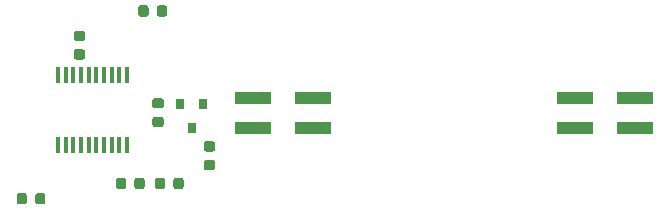
<source format=gbr>
G04 #@! TF.GenerationSoftware,KiCad,Pcbnew,(5.1.2)-2*
G04 #@! TF.CreationDate,2020-05-22T00:53:43-04:00*
G04 #@! TF.ProjectId,AddressableLED,41646472-6573-4736-9162-6c654c45442e,rev?*
G04 #@! TF.SameCoordinates,Original*
G04 #@! TF.FileFunction,Paste,Bot*
G04 #@! TF.FilePolarity,Positive*
%FSLAX46Y46*%
G04 Gerber Fmt 4.6, Leading zero omitted, Abs format (unit mm)*
G04 Created by KiCad (PCBNEW (5.1.2)-2) date 2020-05-22 00:53:43*
%MOMM*%
%LPD*%
G04 APERTURE LIST*
%ADD10C,0.100000*%
%ADD11C,0.875000*%
%ADD12R,3.150000X1.000000*%
%ADD13R,0.450000X1.450000*%
%ADD14R,0.800000X0.900000*%
G04 APERTURE END LIST*
D10*
G36*
X134252691Y-116826053D02*
G01*
X134273926Y-116829203D01*
X134294750Y-116834419D01*
X134314962Y-116841651D01*
X134334368Y-116850830D01*
X134352781Y-116861866D01*
X134370024Y-116874654D01*
X134385930Y-116889070D01*
X134400346Y-116904976D01*
X134413134Y-116922219D01*
X134424170Y-116940632D01*
X134433349Y-116960038D01*
X134440581Y-116980250D01*
X134445797Y-117001074D01*
X134448947Y-117022309D01*
X134450000Y-117043750D01*
X134450000Y-117556250D01*
X134448947Y-117577691D01*
X134445797Y-117598926D01*
X134440581Y-117619750D01*
X134433349Y-117639962D01*
X134424170Y-117659368D01*
X134413134Y-117677781D01*
X134400346Y-117695024D01*
X134385930Y-117710930D01*
X134370024Y-117725346D01*
X134352781Y-117738134D01*
X134334368Y-117749170D01*
X134314962Y-117758349D01*
X134294750Y-117765581D01*
X134273926Y-117770797D01*
X134252691Y-117773947D01*
X134231250Y-117775000D01*
X133793750Y-117775000D01*
X133772309Y-117773947D01*
X133751074Y-117770797D01*
X133730250Y-117765581D01*
X133710038Y-117758349D01*
X133690632Y-117749170D01*
X133672219Y-117738134D01*
X133654976Y-117725346D01*
X133639070Y-117710930D01*
X133624654Y-117695024D01*
X133611866Y-117677781D01*
X133600830Y-117659368D01*
X133591651Y-117639962D01*
X133584419Y-117619750D01*
X133579203Y-117598926D01*
X133576053Y-117577691D01*
X133575000Y-117556250D01*
X133575000Y-117043750D01*
X133576053Y-117022309D01*
X133579203Y-117001074D01*
X133584419Y-116980250D01*
X133591651Y-116960038D01*
X133600830Y-116940632D01*
X133611866Y-116922219D01*
X133624654Y-116904976D01*
X133639070Y-116889070D01*
X133654976Y-116874654D01*
X133672219Y-116861866D01*
X133690632Y-116850830D01*
X133710038Y-116841651D01*
X133730250Y-116834419D01*
X133751074Y-116829203D01*
X133772309Y-116826053D01*
X133793750Y-116825000D01*
X134231250Y-116825000D01*
X134252691Y-116826053D01*
X134252691Y-116826053D01*
G37*
D11*
X134012500Y-117300000D03*
D10*
G36*
X135827691Y-116826053D02*
G01*
X135848926Y-116829203D01*
X135869750Y-116834419D01*
X135889962Y-116841651D01*
X135909368Y-116850830D01*
X135927781Y-116861866D01*
X135945024Y-116874654D01*
X135960930Y-116889070D01*
X135975346Y-116904976D01*
X135988134Y-116922219D01*
X135999170Y-116940632D01*
X136008349Y-116960038D01*
X136015581Y-116980250D01*
X136020797Y-117001074D01*
X136023947Y-117022309D01*
X136025000Y-117043750D01*
X136025000Y-117556250D01*
X136023947Y-117577691D01*
X136020797Y-117598926D01*
X136015581Y-117619750D01*
X136008349Y-117639962D01*
X135999170Y-117659368D01*
X135988134Y-117677781D01*
X135975346Y-117695024D01*
X135960930Y-117710930D01*
X135945024Y-117725346D01*
X135927781Y-117738134D01*
X135909368Y-117749170D01*
X135889962Y-117758349D01*
X135869750Y-117765581D01*
X135848926Y-117770797D01*
X135827691Y-117773947D01*
X135806250Y-117775000D01*
X135368750Y-117775000D01*
X135347309Y-117773947D01*
X135326074Y-117770797D01*
X135305250Y-117765581D01*
X135285038Y-117758349D01*
X135265632Y-117749170D01*
X135247219Y-117738134D01*
X135229976Y-117725346D01*
X135214070Y-117710930D01*
X135199654Y-117695024D01*
X135186866Y-117677781D01*
X135175830Y-117659368D01*
X135166651Y-117639962D01*
X135159419Y-117619750D01*
X135154203Y-117598926D01*
X135151053Y-117577691D01*
X135150000Y-117556250D01*
X135150000Y-117043750D01*
X135151053Y-117022309D01*
X135154203Y-117001074D01*
X135159419Y-116980250D01*
X135166651Y-116960038D01*
X135175830Y-116940632D01*
X135186866Y-116922219D01*
X135199654Y-116904976D01*
X135214070Y-116889070D01*
X135229976Y-116874654D01*
X135247219Y-116861866D01*
X135265632Y-116850830D01*
X135285038Y-116841651D01*
X135305250Y-116834419D01*
X135326074Y-116829203D01*
X135347309Y-116826053D01*
X135368750Y-116825000D01*
X135806250Y-116825000D01*
X135827691Y-116826053D01*
X135827691Y-116826053D01*
G37*
D11*
X135587500Y-117300000D03*
D12*
X180875000Y-111270000D03*
X180875000Y-108730000D03*
X185925000Y-108730000D03*
X185925000Y-111270000D03*
X158675000Y-108730000D03*
X153625000Y-108730000D03*
X158675000Y-111270000D03*
X153625000Y-111270000D03*
D13*
X137075000Y-112750000D03*
X137725000Y-112750000D03*
X138375000Y-112750000D03*
X139025000Y-112750000D03*
X139675000Y-112750000D03*
X140325000Y-112750000D03*
X140975000Y-112750000D03*
X141625000Y-112750000D03*
X142275000Y-112750000D03*
X142925000Y-112750000D03*
X142925000Y-106850000D03*
X142275000Y-106850000D03*
X141625000Y-106850000D03*
X140975000Y-106850000D03*
X140325000Y-106850000D03*
X139675000Y-106850000D03*
X139025000Y-106850000D03*
X138375000Y-106850000D03*
X137725000Y-106850000D03*
X137075000Y-106850000D03*
D14*
X148400000Y-111300000D03*
X149350000Y-109300000D03*
X147450000Y-109300000D03*
D10*
G36*
X146127691Y-100926053D02*
G01*
X146148926Y-100929203D01*
X146169750Y-100934419D01*
X146189962Y-100941651D01*
X146209368Y-100950830D01*
X146227781Y-100961866D01*
X146245024Y-100974654D01*
X146260930Y-100989070D01*
X146275346Y-101004976D01*
X146288134Y-101022219D01*
X146299170Y-101040632D01*
X146308349Y-101060038D01*
X146315581Y-101080250D01*
X146320797Y-101101074D01*
X146323947Y-101122309D01*
X146325000Y-101143750D01*
X146325000Y-101656250D01*
X146323947Y-101677691D01*
X146320797Y-101698926D01*
X146315581Y-101719750D01*
X146308349Y-101739962D01*
X146299170Y-101759368D01*
X146288134Y-101777781D01*
X146275346Y-101795024D01*
X146260930Y-101810930D01*
X146245024Y-101825346D01*
X146227781Y-101838134D01*
X146209368Y-101849170D01*
X146189962Y-101858349D01*
X146169750Y-101865581D01*
X146148926Y-101870797D01*
X146127691Y-101873947D01*
X146106250Y-101875000D01*
X145668750Y-101875000D01*
X145647309Y-101873947D01*
X145626074Y-101870797D01*
X145605250Y-101865581D01*
X145585038Y-101858349D01*
X145565632Y-101849170D01*
X145547219Y-101838134D01*
X145529976Y-101825346D01*
X145514070Y-101810930D01*
X145499654Y-101795024D01*
X145486866Y-101777781D01*
X145475830Y-101759368D01*
X145466651Y-101739962D01*
X145459419Y-101719750D01*
X145454203Y-101698926D01*
X145451053Y-101677691D01*
X145450000Y-101656250D01*
X145450000Y-101143750D01*
X145451053Y-101122309D01*
X145454203Y-101101074D01*
X145459419Y-101080250D01*
X145466651Y-101060038D01*
X145475830Y-101040632D01*
X145486866Y-101022219D01*
X145499654Y-101004976D01*
X145514070Y-100989070D01*
X145529976Y-100974654D01*
X145547219Y-100961866D01*
X145565632Y-100950830D01*
X145585038Y-100941651D01*
X145605250Y-100934419D01*
X145626074Y-100929203D01*
X145647309Y-100926053D01*
X145668750Y-100925000D01*
X146106250Y-100925000D01*
X146127691Y-100926053D01*
X146127691Y-100926053D01*
G37*
D11*
X145887500Y-101400000D03*
D10*
G36*
X144552691Y-100926053D02*
G01*
X144573926Y-100929203D01*
X144594750Y-100934419D01*
X144614962Y-100941651D01*
X144634368Y-100950830D01*
X144652781Y-100961866D01*
X144670024Y-100974654D01*
X144685930Y-100989070D01*
X144700346Y-101004976D01*
X144713134Y-101022219D01*
X144724170Y-101040632D01*
X144733349Y-101060038D01*
X144740581Y-101080250D01*
X144745797Y-101101074D01*
X144748947Y-101122309D01*
X144750000Y-101143750D01*
X144750000Y-101656250D01*
X144748947Y-101677691D01*
X144745797Y-101698926D01*
X144740581Y-101719750D01*
X144733349Y-101739962D01*
X144724170Y-101759368D01*
X144713134Y-101777781D01*
X144700346Y-101795024D01*
X144685930Y-101810930D01*
X144670024Y-101825346D01*
X144652781Y-101838134D01*
X144634368Y-101849170D01*
X144614962Y-101858349D01*
X144594750Y-101865581D01*
X144573926Y-101870797D01*
X144552691Y-101873947D01*
X144531250Y-101875000D01*
X144093750Y-101875000D01*
X144072309Y-101873947D01*
X144051074Y-101870797D01*
X144030250Y-101865581D01*
X144010038Y-101858349D01*
X143990632Y-101849170D01*
X143972219Y-101838134D01*
X143954976Y-101825346D01*
X143939070Y-101810930D01*
X143924654Y-101795024D01*
X143911866Y-101777781D01*
X143900830Y-101759368D01*
X143891651Y-101739962D01*
X143884419Y-101719750D01*
X143879203Y-101698926D01*
X143876053Y-101677691D01*
X143875000Y-101656250D01*
X143875000Y-101143750D01*
X143876053Y-101122309D01*
X143879203Y-101101074D01*
X143884419Y-101080250D01*
X143891651Y-101060038D01*
X143900830Y-101040632D01*
X143911866Y-101022219D01*
X143924654Y-101004976D01*
X143939070Y-100989070D01*
X143954976Y-100974654D01*
X143972219Y-100961866D01*
X143990632Y-100950830D01*
X144010038Y-100941651D01*
X144030250Y-100934419D01*
X144051074Y-100929203D01*
X144072309Y-100926053D01*
X144093750Y-100925000D01*
X144531250Y-100925000D01*
X144552691Y-100926053D01*
X144552691Y-100926053D01*
G37*
D11*
X144312500Y-101400000D03*
D10*
G36*
X139177691Y-103063553D02*
G01*
X139198926Y-103066703D01*
X139219750Y-103071919D01*
X139239962Y-103079151D01*
X139259368Y-103088330D01*
X139277781Y-103099366D01*
X139295024Y-103112154D01*
X139310930Y-103126570D01*
X139325346Y-103142476D01*
X139338134Y-103159719D01*
X139349170Y-103178132D01*
X139358349Y-103197538D01*
X139365581Y-103217750D01*
X139370797Y-103238574D01*
X139373947Y-103259809D01*
X139375000Y-103281250D01*
X139375000Y-103718750D01*
X139373947Y-103740191D01*
X139370797Y-103761426D01*
X139365581Y-103782250D01*
X139358349Y-103802462D01*
X139349170Y-103821868D01*
X139338134Y-103840281D01*
X139325346Y-103857524D01*
X139310930Y-103873430D01*
X139295024Y-103887846D01*
X139277781Y-103900634D01*
X139259368Y-103911670D01*
X139239962Y-103920849D01*
X139219750Y-103928081D01*
X139198926Y-103933297D01*
X139177691Y-103936447D01*
X139156250Y-103937500D01*
X138643750Y-103937500D01*
X138622309Y-103936447D01*
X138601074Y-103933297D01*
X138580250Y-103928081D01*
X138560038Y-103920849D01*
X138540632Y-103911670D01*
X138522219Y-103900634D01*
X138504976Y-103887846D01*
X138489070Y-103873430D01*
X138474654Y-103857524D01*
X138461866Y-103840281D01*
X138450830Y-103821868D01*
X138441651Y-103802462D01*
X138434419Y-103782250D01*
X138429203Y-103761426D01*
X138426053Y-103740191D01*
X138425000Y-103718750D01*
X138425000Y-103281250D01*
X138426053Y-103259809D01*
X138429203Y-103238574D01*
X138434419Y-103217750D01*
X138441651Y-103197538D01*
X138450830Y-103178132D01*
X138461866Y-103159719D01*
X138474654Y-103142476D01*
X138489070Y-103126570D01*
X138504976Y-103112154D01*
X138522219Y-103099366D01*
X138540632Y-103088330D01*
X138560038Y-103079151D01*
X138580250Y-103071919D01*
X138601074Y-103066703D01*
X138622309Y-103063553D01*
X138643750Y-103062500D01*
X139156250Y-103062500D01*
X139177691Y-103063553D01*
X139177691Y-103063553D01*
G37*
D11*
X138900000Y-103500000D03*
D10*
G36*
X139177691Y-104638553D02*
G01*
X139198926Y-104641703D01*
X139219750Y-104646919D01*
X139239962Y-104654151D01*
X139259368Y-104663330D01*
X139277781Y-104674366D01*
X139295024Y-104687154D01*
X139310930Y-104701570D01*
X139325346Y-104717476D01*
X139338134Y-104734719D01*
X139349170Y-104753132D01*
X139358349Y-104772538D01*
X139365581Y-104792750D01*
X139370797Y-104813574D01*
X139373947Y-104834809D01*
X139375000Y-104856250D01*
X139375000Y-105293750D01*
X139373947Y-105315191D01*
X139370797Y-105336426D01*
X139365581Y-105357250D01*
X139358349Y-105377462D01*
X139349170Y-105396868D01*
X139338134Y-105415281D01*
X139325346Y-105432524D01*
X139310930Y-105448430D01*
X139295024Y-105462846D01*
X139277781Y-105475634D01*
X139259368Y-105486670D01*
X139239962Y-105495849D01*
X139219750Y-105503081D01*
X139198926Y-105508297D01*
X139177691Y-105511447D01*
X139156250Y-105512500D01*
X138643750Y-105512500D01*
X138622309Y-105511447D01*
X138601074Y-105508297D01*
X138580250Y-105503081D01*
X138560038Y-105495849D01*
X138540632Y-105486670D01*
X138522219Y-105475634D01*
X138504976Y-105462846D01*
X138489070Y-105448430D01*
X138474654Y-105432524D01*
X138461866Y-105415281D01*
X138450830Y-105396868D01*
X138441651Y-105377462D01*
X138434419Y-105357250D01*
X138429203Y-105336426D01*
X138426053Y-105315191D01*
X138425000Y-105293750D01*
X138425000Y-104856250D01*
X138426053Y-104834809D01*
X138429203Y-104813574D01*
X138434419Y-104792750D01*
X138441651Y-104772538D01*
X138450830Y-104753132D01*
X138461866Y-104734719D01*
X138474654Y-104717476D01*
X138489070Y-104701570D01*
X138504976Y-104687154D01*
X138522219Y-104674366D01*
X138540632Y-104663330D01*
X138560038Y-104654151D01*
X138580250Y-104646919D01*
X138601074Y-104641703D01*
X138622309Y-104638553D01*
X138643750Y-104637500D01*
X139156250Y-104637500D01*
X139177691Y-104638553D01*
X139177691Y-104638553D01*
G37*
D11*
X138900000Y-105075000D03*
D10*
G36*
X147527691Y-115526053D02*
G01*
X147548926Y-115529203D01*
X147569750Y-115534419D01*
X147589962Y-115541651D01*
X147609368Y-115550830D01*
X147627781Y-115561866D01*
X147645024Y-115574654D01*
X147660930Y-115589070D01*
X147675346Y-115604976D01*
X147688134Y-115622219D01*
X147699170Y-115640632D01*
X147708349Y-115660038D01*
X147715581Y-115680250D01*
X147720797Y-115701074D01*
X147723947Y-115722309D01*
X147725000Y-115743750D01*
X147725000Y-116256250D01*
X147723947Y-116277691D01*
X147720797Y-116298926D01*
X147715581Y-116319750D01*
X147708349Y-116339962D01*
X147699170Y-116359368D01*
X147688134Y-116377781D01*
X147675346Y-116395024D01*
X147660930Y-116410930D01*
X147645024Y-116425346D01*
X147627781Y-116438134D01*
X147609368Y-116449170D01*
X147589962Y-116458349D01*
X147569750Y-116465581D01*
X147548926Y-116470797D01*
X147527691Y-116473947D01*
X147506250Y-116475000D01*
X147068750Y-116475000D01*
X147047309Y-116473947D01*
X147026074Y-116470797D01*
X147005250Y-116465581D01*
X146985038Y-116458349D01*
X146965632Y-116449170D01*
X146947219Y-116438134D01*
X146929976Y-116425346D01*
X146914070Y-116410930D01*
X146899654Y-116395024D01*
X146886866Y-116377781D01*
X146875830Y-116359368D01*
X146866651Y-116339962D01*
X146859419Y-116319750D01*
X146854203Y-116298926D01*
X146851053Y-116277691D01*
X146850000Y-116256250D01*
X146850000Y-115743750D01*
X146851053Y-115722309D01*
X146854203Y-115701074D01*
X146859419Y-115680250D01*
X146866651Y-115660038D01*
X146875830Y-115640632D01*
X146886866Y-115622219D01*
X146899654Y-115604976D01*
X146914070Y-115589070D01*
X146929976Y-115574654D01*
X146947219Y-115561866D01*
X146965632Y-115550830D01*
X146985038Y-115541651D01*
X147005250Y-115534419D01*
X147026074Y-115529203D01*
X147047309Y-115526053D01*
X147068750Y-115525000D01*
X147506250Y-115525000D01*
X147527691Y-115526053D01*
X147527691Y-115526053D01*
G37*
D11*
X147287500Y-116000000D03*
D10*
G36*
X145952691Y-115526053D02*
G01*
X145973926Y-115529203D01*
X145994750Y-115534419D01*
X146014962Y-115541651D01*
X146034368Y-115550830D01*
X146052781Y-115561866D01*
X146070024Y-115574654D01*
X146085930Y-115589070D01*
X146100346Y-115604976D01*
X146113134Y-115622219D01*
X146124170Y-115640632D01*
X146133349Y-115660038D01*
X146140581Y-115680250D01*
X146145797Y-115701074D01*
X146148947Y-115722309D01*
X146150000Y-115743750D01*
X146150000Y-116256250D01*
X146148947Y-116277691D01*
X146145797Y-116298926D01*
X146140581Y-116319750D01*
X146133349Y-116339962D01*
X146124170Y-116359368D01*
X146113134Y-116377781D01*
X146100346Y-116395024D01*
X146085930Y-116410930D01*
X146070024Y-116425346D01*
X146052781Y-116438134D01*
X146034368Y-116449170D01*
X146014962Y-116458349D01*
X145994750Y-116465581D01*
X145973926Y-116470797D01*
X145952691Y-116473947D01*
X145931250Y-116475000D01*
X145493750Y-116475000D01*
X145472309Y-116473947D01*
X145451074Y-116470797D01*
X145430250Y-116465581D01*
X145410038Y-116458349D01*
X145390632Y-116449170D01*
X145372219Y-116438134D01*
X145354976Y-116425346D01*
X145339070Y-116410930D01*
X145324654Y-116395024D01*
X145311866Y-116377781D01*
X145300830Y-116359368D01*
X145291651Y-116339962D01*
X145284419Y-116319750D01*
X145279203Y-116298926D01*
X145276053Y-116277691D01*
X145275000Y-116256250D01*
X145275000Y-115743750D01*
X145276053Y-115722309D01*
X145279203Y-115701074D01*
X145284419Y-115680250D01*
X145291651Y-115660038D01*
X145300830Y-115640632D01*
X145311866Y-115622219D01*
X145324654Y-115604976D01*
X145339070Y-115589070D01*
X145354976Y-115574654D01*
X145372219Y-115561866D01*
X145390632Y-115550830D01*
X145410038Y-115541651D01*
X145430250Y-115534419D01*
X145451074Y-115529203D01*
X145472309Y-115526053D01*
X145493750Y-115525000D01*
X145931250Y-115525000D01*
X145952691Y-115526053D01*
X145952691Y-115526053D01*
G37*
D11*
X145712500Y-116000000D03*
D10*
G36*
X142652691Y-115526053D02*
G01*
X142673926Y-115529203D01*
X142694750Y-115534419D01*
X142714962Y-115541651D01*
X142734368Y-115550830D01*
X142752781Y-115561866D01*
X142770024Y-115574654D01*
X142785930Y-115589070D01*
X142800346Y-115604976D01*
X142813134Y-115622219D01*
X142824170Y-115640632D01*
X142833349Y-115660038D01*
X142840581Y-115680250D01*
X142845797Y-115701074D01*
X142848947Y-115722309D01*
X142850000Y-115743750D01*
X142850000Y-116256250D01*
X142848947Y-116277691D01*
X142845797Y-116298926D01*
X142840581Y-116319750D01*
X142833349Y-116339962D01*
X142824170Y-116359368D01*
X142813134Y-116377781D01*
X142800346Y-116395024D01*
X142785930Y-116410930D01*
X142770024Y-116425346D01*
X142752781Y-116438134D01*
X142734368Y-116449170D01*
X142714962Y-116458349D01*
X142694750Y-116465581D01*
X142673926Y-116470797D01*
X142652691Y-116473947D01*
X142631250Y-116475000D01*
X142193750Y-116475000D01*
X142172309Y-116473947D01*
X142151074Y-116470797D01*
X142130250Y-116465581D01*
X142110038Y-116458349D01*
X142090632Y-116449170D01*
X142072219Y-116438134D01*
X142054976Y-116425346D01*
X142039070Y-116410930D01*
X142024654Y-116395024D01*
X142011866Y-116377781D01*
X142000830Y-116359368D01*
X141991651Y-116339962D01*
X141984419Y-116319750D01*
X141979203Y-116298926D01*
X141976053Y-116277691D01*
X141975000Y-116256250D01*
X141975000Y-115743750D01*
X141976053Y-115722309D01*
X141979203Y-115701074D01*
X141984419Y-115680250D01*
X141991651Y-115660038D01*
X142000830Y-115640632D01*
X142011866Y-115622219D01*
X142024654Y-115604976D01*
X142039070Y-115589070D01*
X142054976Y-115574654D01*
X142072219Y-115561866D01*
X142090632Y-115550830D01*
X142110038Y-115541651D01*
X142130250Y-115534419D01*
X142151074Y-115529203D01*
X142172309Y-115526053D01*
X142193750Y-115525000D01*
X142631250Y-115525000D01*
X142652691Y-115526053D01*
X142652691Y-115526053D01*
G37*
D11*
X142412500Y-116000000D03*
D10*
G36*
X144227691Y-115526053D02*
G01*
X144248926Y-115529203D01*
X144269750Y-115534419D01*
X144289962Y-115541651D01*
X144309368Y-115550830D01*
X144327781Y-115561866D01*
X144345024Y-115574654D01*
X144360930Y-115589070D01*
X144375346Y-115604976D01*
X144388134Y-115622219D01*
X144399170Y-115640632D01*
X144408349Y-115660038D01*
X144415581Y-115680250D01*
X144420797Y-115701074D01*
X144423947Y-115722309D01*
X144425000Y-115743750D01*
X144425000Y-116256250D01*
X144423947Y-116277691D01*
X144420797Y-116298926D01*
X144415581Y-116319750D01*
X144408349Y-116339962D01*
X144399170Y-116359368D01*
X144388134Y-116377781D01*
X144375346Y-116395024D01*
X144360930Y-116410930D01*
X144345024Y-116425346D01*
X144327781Y-116438134D01*
X144309368Y-116449170D01*
X144289962Y-116458349D01*
X144269750Y-116465581D01*
X144248926Y-116470797D01*
X144227691Y-116473947D01*
X144206250Y-116475000D01*
X143768750Y-116475000D01*
X143747309Y-116473947D01*
X143726074Y-116470797D01*
X143705250Y-116465581D01*
X143685038Y-116458349D01*
X143665632Y-116449170D01*
X143647219Y-116438134D01*
X143629976Y-116425346D01*
X143614070Y-116410930D01*
X143599654Y-116395024D01*
X143586866Y-116377781D01*
X143575830Y-116359368D01*
X143566651Y-116339962D01*
X143559419Y-116319750D01*
X143554203Y-116298926D01*
X143551053Y-116277691D01*
X143550000Y-116256250D01*
X143550000Y-115743750D01*
X143551053Y-115722309D01*
X143554203Y-115701074D01*
X143559419Y-115680250D01*
X143566651Y-115660038D01*
X143575830Y-115640632D01*
X143586866Y-115622219D01*
X143599654Y-115604976D01*
X143614070Y-115589070D01*
X143629976Y-115574654D01*
X143647219Y-115561866D01*
X143665632Y-115550830D01*
X143685038Y-115541651D01*
X143705250Y-115534419D01*
X143726074Y-115529203D01*
X143747309Y-115526053D01*
X143768750Y-115525000D01*
X144206250Y-115525000D01*
X144227691Y-115526053D01*
X144227691Y-115526053D01*
G37*
D11*
X143987500Y-116000000D03*
D10*
G36*
X145827691Y-110351053D02*
G01*
X145848926Y-110354203D01*
X145869750Y-110359419D01*
X145889962Y-110366651D01*
X145909368Y-110375830D01*
X145927781Y-110386866D01*
X145945024Y-110399654D01*
X145960930Y-110414070D01*
X145975346Y-110429976D01*
X145988134Y-110447219D01*
X145999170Y-110465632D01*
X146008349Y-110485038D01*
X146015581Y-110505250D01*
X146020797Y-110526074D01*
X146023947Y-110547309D01*
X146025000Y-110568750D01*
X146025000Y-111006250D01*
X146023947Y-111027691D01*
X146020797Y-111048926D01*
X146015581Y-111069750D01*
X146008349Y-111089962D01*
X145999170Y-111109368D01*
X145988134Y-111127781D01*
X145975346Y-111145024D01*
X145960930Y-111160930D01*
X145945024Y-111175346D01*
X145927781Y-111188134D01*
X145909368Y-111199170D01*
X145889962Y-111208349D01*
X145869750Y-111215581D01*
X145848926Y-111220797D01*
X145827691Y-111223947D01*
X145806250Y-111225000D01*
X145293750Y-111225000D01*
X145272309Y-111223947D01*
X145251074Y-111220797D01*
X145230250Y-111215581D01*
X145210038Y-111208349D01*
X145190632Y-111199170D01*
X145172219Y-111188134D01*
X145154976Y-111175346D01*
X145139070Y-111160930D01*
X145124654Y-111145024D01*
X145111866Y-111127781D01*
X145100830Y-111109368D01*
X145091651Y-111089962D01*
X145084419Y-111069750D01*
X145079203Y-111048926D01*
X145076053Y-111027691D01*
X145075000Y-111006250D01*
X145075000Y-110568750D01*
X145076053Y-110547309D01*
X145079203Y-110526074D01*
X145084419Y-110505250D01*
X145091651Y-110485038D01*
X145100830Y-110465632D01*
X145111866Y-110447219D01*
X145124654Y-110429976D01*
X145139070Y-110414070D01*
X145154976Y-110399654D01*
X145172219Y-110386866D01*
X145190632Y-110375830D01*
X145210038Y-110366651D01*
X145230250Y-110359419D01*
X145251074Y-110354203D01*
X145272309Y-110351053D01*
X145293750Y-110350000D01*
X145806250Y-110350000D01*
X145827691Y-110351053D01*
X145827691Y-110351053D01*
G37*
D11*
X145550000Y-110787500D03*
D10*
G36*
X145827691Y-108776053D02*
G01*
X145848926Y-108779203D01*
X145869750Y-108784419D01*
X145889962Y-108791651D01*
X145909368Y-108800830D01*
X145927781Y-108811866D01*
X145945024Y-108824654D01*
X145960930Y-108839070D01*
X145975346Y-108854976D01*
X145988134Y-108872219D01*
X145999170Y-108890632D01*
X146008349Y-108910038D01*
X146015581Y-108930250D01*
X146020797Y-108951074D01*
X146023947Y-108972309D01*
X146025000Y-108993750D01*
X146025000Y-109431250D01*
X146023947Y-109452691D01*
X146020797Y-109473926D01*
X146015581Y-109494750D01*
X146008349Y-109514962D01*
X145999170Y-109534368D01*
X145988134Y-109552781D01*
X145975346Y-109570024D01*
X145960930Y-109585930D01*
X145945024Y-109600346D01*
X145927781Y-109613134D01*
X145909368Y-109624170D01*
X145889962Y-109633349D01*
X145869750Y-109640581D01*
X145848926Y-109645797D01*
X145827691Y-109648947D01*
X145806250Y-109650000D01*
X145293750Y-109650000D01*
X145272309Y-109648947D01*
X145251074Y-109645797D01*
X145230250Y-109640581D01*
X145210038Y-109633349D01*
X145190632Y-109624170D01*
X145172219Y-109613134D01*
X145154976Y-109600346D01*
X145139070Y-109585930D01*
X145124654Y-109570024D01*
X145111866Y-109552781D01*
X145100830Y-109534368D01*
X145091651Y-109514962D01*
X145084419Y-109494750D01*
X145079203Y-109473926D01*
X145076053Y-109452691D01*
X145075000Y-109431250D01*
X145075000Y-108993750D01*
X145076053Y-108972309D01*
X145079203Y-108951074D01*
X145084419Y-108930250D01*
X145091651Y-108910038D01*
X145100830Y-108890632D01*
X145111866Y-108872219D01*
X145124654Y-108854976D01*
X145139070Y-108839070D01*
X145154976Y-108824654D01*
X145172219Y-108811866D01*
X145190632Y-108800830D01*
X145210038Y-108791651D01*
X145230250Y-108784419D01*
X145251074Y-108779203D01*
X145272309Y-108776053D01*
X145293750Y-108775000D01*
X145806250Y-108775000D01*
X145827691Y-108776053D01*
X145827691Y-108776053D01*
G37*
D11*
X145550000Y-109212500D03*
D10*
G36*
X150177691Y-114001053D02*
G01*
X150198926Y-114004203D01*
X150219750Y-114009419D01*
X150239962Y-114016651D01*
X150259368Y-114025830D01*
X150277781Y-114036866D01*
X150295024Y-114049654D01*
X150310930Y-114064070D01*
X150325346Y-114079976D01*
X150338134Y-114097219D01*
X150349170Y-114115632D01*
X150358349Y-114135038D01*
X150365581Y-114155250D01*
X150370797Y-114176074D01*
X150373947Y-114197309D01*
X150375000Y-114218750D01*
X150375000Y-114656250D01*
X150373947Y-114677691D01*
X150370797Y-114698926D01*
X150365581Y-114719750D01*
X150358349Y-114739962D01*
X150349170Y-114759368D01*
X150338134Y-114777781D01*
X150325346Y-114795024D01*
X150310930Y-114810930D01*
X150295024Y-114825346D01*
X150277781Y-114838134D01*
X150259368Y-114849170D01*
X150239962Y-114858349D01*
X150219750Y-114865581D01*
X150198926Y-114870797D01*
X150177691Y-114873947D01*
X150156250Y-114875000D01*
X149643750Y-114875000D01*
X149622309Y-114873947D01*
X149601074Y-114870797D01*
X149580250Y-114865581D01*
X149560038Y-114858349D01*
X149540632Y-114849170D01*
X149522219Y-114838134D01*
X149504976Y-114825346D01*
X149489070Y-114810930D01*
X149474654Y-114795024D01*
X149461866Y-114777781D01*
X149450830Y-114759368D01*
X149441651Y-114739962D01*
X149434419Y-114719750D01*
X149429203Y-114698926D01*
X149426053Y-114677691D01*
X149425000Y-114656250D01*
X149425000Y-114218750D01*
X149426053Y-114197309D01*
X149429203Y-114176074D01*
X149434419Y-114155250D01*
X149441651Y-114135038D01*
X149450830Y-114115632D01*
X149461866Y-114097219D01*
X149474654Y-114079976D01*
X149489070Y-114064070D01*
X149504976Y-114049654D01*
X149522219Y-114036866D01*
X149540632Y-114025830D01*
X149560038Y-114016651D01*
X149580250Y-114009419D01*
X149601074Y-114004203D01*
X149622309Y-114001053D01*
X149643750Y-114000000D01*
X150156250Y-114000000D01*
X150177691Y-114001053D01*
X150177691Y-114001053D01*
G37*
D11*
X149900000Y-114437500D03*
D10*
G36*
X150177691Y-112426053D02*
G01*
X150198926Y-112429203D01*
X150219750Y-112434419D01*
X150239962Y-112441651D01*
X150259368Y-112450830D01*
X150277781Y-112461866D01*
X150295024Y-112474654D01*
X150310930Y-112489070D01*
X150325346Y-112504976D01*
X150338134Y-112522219D01*
X150349170Y-112540632D01*
X150358349Y-112560038D01*
X150365581Y-112580250D01*
X150370797Y-112601074D01*
X150373947Y-112622309D01*
X150375000Y-112643750D01*
X150375000Y-113081250D01*
X150373947Y-113102691D01*
X150370797Y-113123926D01*
X150365581Y-113144750D01*
X150358349Y-113164962D01*
X150349170Y-113184368D01*
X150338134Y-113202781D01*
X150325346Y-113220024D01*
X150310930Y-113235930D01*
X150295024Y-113250346D01*
X150277781Y-113263134D01*
X150259368Y-113274170D01*
X150239962Y-113283349D01*
X150219750Y-113290581D01*
X150198926Y-113295797D01*
X150177691Y-113298947D01*
X150156250Y-113300000D01*
X149643750Y-113300000D01*
X149622309Y-113298947D01*
X149601074Y-113295797D01*
X149580250Y-113290581D01*
X149560038Y-113283349D01*
X149540632Y-113274170D01*
X149522219Y-113263134D01*
X149504976Y-113250346D01*
X149489070Y-113235930D01*
X149474654Y-113220024D01*
X149461866Y-113202781D01*
X149450830Y-113184368D01*
X149441651Y-113164962D01*
X149434419Y-113144750D01*
X149429203Y-113123926D01*
X149426053Y-113102691D01*
X149425000Y-113081250D01*
X149425000Y-112643750D01*
X149426053Y-112622309D01*
X149429203Y-112601074D01*
X149434419Y-112580250D01*
X149441651Y-112560038D01*
X149450830Y-112540632D01*
X149461866Y-112522219D01*
X149474654Y-112504976D01*
X149489070Y-112489070D01*
X149504976Y-112474654D01*
X149522219Y-112461866D01*
X149540632Y-112450830D01*
X149560038Y-112441651D01*
X149580250Y-112434419D01*
X149601074Y-112429203D01*
X149622309Y-112426053D01*
X149643750Y-112425000D01*
X150156250Y-112425000D01*
X150177691Y-112426053D01*
X150177691Y-112426053D01*
G37*
D11*
X149900000Y-112862500D03*
M02*

</source>
